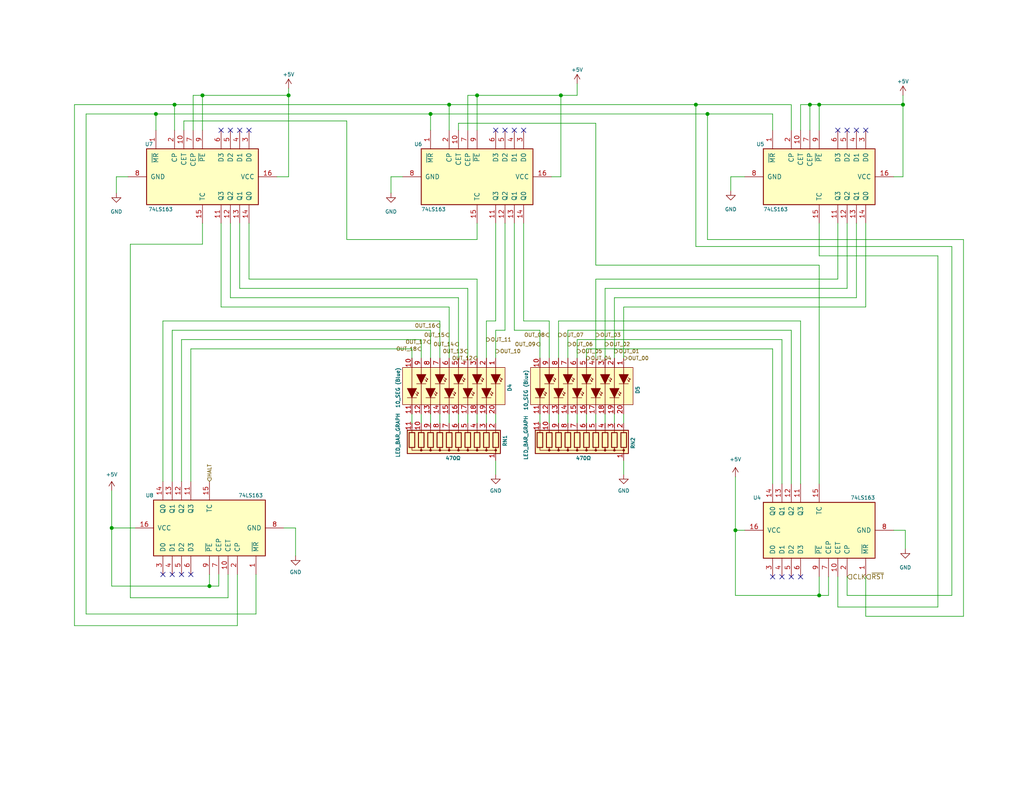
<source format=kicad_sch>
(kicad_sch (version 20230121) (generator eeschema)
  (paper "USLetter")
  (title_block (title "${project_name}") (date "2024-03-01") (rev "${version}"))
  (lib_symbols
    (symbol "homebrew_cpu:74LS163" (pin_names (offset 1.016))
      (property "Reference" "U" (at -7.62 16.51 0))
      (property "Value" "74LS163" (at -7.62 -16.51 0))
      (symbol "74LS163_1_0"
        (pin input line (at -12.7 -12.7 0) (length 5.08) (name "~{MR}") (number "1"))
        (pin input line (at -12.7 -5.08 0) (length 5.08) (name "CET") (number "10"))
        (pin output line (at 12.7 5.08 180) (length 5.08) (name "Q3") (number "11"))
        (pin output line (at 12.7 7.62 180) (length 5.08) (name "Q2") (number "12"))
        (pin output line (at 12.7 10.16 180) (length 5.08) (name "Q1") (number "13"))
        (pin output line (at 12.7 12.7 180) (length 5.08) (name "Q0") (number "14"))
        (pin output line (at 12.7 0 180) (length 5.08) (name "TC") (number "15"))
        (pin power_in line (at 0 20.32 270) (length 5.08) (name "VCC") (number "16"))
        (pin input line (at -12.7 -7.62 0) (length 5.08) (name "CP") (number "2"))
        (pin input line (at -12.7 12.7 0) (length 5.08) (name "D0") (number "3"))
        (pin input line (at -12.7 10.16 0) (length 5.08) (name "D1") (number "4"))
        (pin input line (at -12.7 7.62 0) (length 5.08) (name "D2") (number "5"))
        (pin input line (at -12.7 5.08 0) (length 5.08) (name "D3") (number "6"))
        (pin input line (at -12.7 -2.54 0) (length 5.08) (name "CEP") (number "7"))
        (pin power_in line (at 0 -20.32 90) (length 5.08) (name "GND") (number "8"))
        (pin input line (at -12.7 0 0) (length 5.08) (name "~{PE}") (number "9"))
      )
      (symbol "74LS163_1_1"
        (rectangle (start -7.62 15.24) (end 7.62 -15.24) (stroke (width 0.254)) (fill (type background)))
      )
    )
    (symbol "homebrew_cpu:LED_BAR_GRAPH_10_SEG" (pin_names (offset 0))
      (property "Reference" "D" (at -3.81 3.81 0))
      (property "Value" "LED_BAR_GRAPH_10_SEG" (at 0 -27.94 0))
      (symbol "LED_BAR_GRAPH_10_SEG_0_1"
        (rectangle (start -5.08 2.54) (end 5.08 -25.4) (fill (type background)))
        (polyline (pts (xy -5.08 -20.32) (xy -3.175 -20.32)))
        (polyline (pts (xy -5.08 -15.24) (xy -3.175 -15.24)))
        (polyline (pts (xy -5.08 -10.16) (xy -3.175 -10.16)))
        (polyline (pts (xy -5.08 -5.08) (xy -3.175 -5.08)))
        (polyline (pts (xy -3.175 0) (xy -5.08 0)))
        (polyline (pts (xy -1.778 -18.542) (xy -2.286 -19.05)))
        (polyline (pts (xy -1.778 -13.462) (xy -2.286 -13.97)))
        (polyline (pts (xy -1.778 -8.382) (xy -2.286 -8.89)))
        (polyline (pts (xy -1.778 -3.302) (xy -2.286 -3.81)))
        (polyline (pts (xy -1.778 1.778) (xy -2.286 1.27)))
        (polyline (pts (xy -1.27 -18.796) (xy -1.778 -19.304)))
        (polyline (pts (xy -1.27 -13.716) (xy -1.778 -14.224)))
        (polyline (pts (xy -1.27 -8.636) (xy -1.778 -9.144)))
        (polyline (pts (xy -1.27 -3.556) (xy -1.778 -4.064)))
        (polyline (pts (xy -1.27 1.524) (xy -1.778 1.016)))
        (polyline (pts (xy -0.635 -21.59) (xy -0.635 -19.05)))
        (polyline (pts (xy -0.635 -20.32) (xy 5.08 -20.32)))
        (polyline (pts (xy -0.635 -16.51) (xy -0.635 -13.97)))
        (polyline (pts (xy -0.635 -15.24) (xy 5.08 -15.24)))
        (polyline (pts (xy -0.635 -10.16) (xy 5.08 -10.16)))
        (polyline (pts (xy -0.635 -8.89) (xy -0.635 -11.43)))
        (polyline (pts (xy -0.635 -5.08) (xy 5.08 -5.08)))
        (polyline (pts (xy -0.635 -3.81) (xy -0.635 -6.35)))
        (polyline (pts (xy -0.635 0) (xy 5.08 0)))
        (polyline (pts (xy -0.635 1.27) (xy -0.635 -1.27)))
        (polyline (pts (xy 0.635 -22.86) (xy -5.08 -22.86)))
        (polyline (pts (xy 0.635 -17.78) (xy -5.08 -17.78)))
        (polyline (pts (xy 0.635 -12.7) (xy -5.08 -12.7)))
        (polyline (pts (xy 0.635 -7.62) (xy -5.08 -7.62)))
        (polyline (pts (xy 0.635 -2.54) (xy -5.08 -2.54)))
        (polyline (pts (xy 2.032 -21.082) (xy 1.524 -21.59)))
        (polyline (pts (xy 2.032 -16.002) (xy 1.524 -16.51)))
        (polyline (pts (xy 2.032 -10.922) (xy 1.524 -11.43)))
        (polyline (pts (xy 2.032 -5.842) (xy 1.524 -6.35)))
        (polyline (pts (xy 2.032 -0.762) (xy 1.524 -1.27)))
        (polyline (pts (xy 2.54 -21.336) (xy 2.032 -21.844)))
        (polyline (pts (xy 2.54 -16.256) (xy 2.032 -16.764)))
        (polyline (pts (xy 2.54 -11.176) (xy 2.032 -11.684)))
        (polyline (pts (xy 2.54 -6.096) (xy 2.032 -6.604)))
        (polyline (pts (xy 2.54 -1.016) (xy 2.032 -1.524)))
        (polyline (pts (xy 3.175 -22.86) (xy 5.08 -22.86)))
        (polyline (pts (xy 3.175 -21.59) (xy 3.175 -24.13)))
        (polyline (pts (xy 3.175 -17.78) (xy 5.08 -17.78)))
        (polyline (pts (xy 3.175 -16.51) (xy 3.175 -19.05)))
        (polyline (pts (xy 3.175 -12.7) (xy 5.08 -12.7)))
        (polyline (pts (xy 3.175 -11.43) (xy 3.175 -13.97)))
        (polyline (pts (xy 3.175 -7.62) (xy 5.08 -7.62)))
        (polyline (pts (xy 3.175 -6.35) (xy 3.175 -8.89)))
        (polyline (pts (xy 3.175 -2.54) (xy 5.08 -2.54)))
        (polyline (pts (xy 3.175 -1.27) (xy 3.175 -3.81)))
        (polyline (pts (xy -2.032 -18.542) (xy -1.778 -18.542) (xy -1.778 -18.796)))
        (polyline (pts (xy -2.032 -13.462) (xy -1.778 -13.462) (xy -1.778 -13.716)))
        (polyline (pts (xy -2.032 -8.382) (xy -1.778 -8.382) (xy -1.778 -8.636)))
        (polyline (pts (xy -2.032 -3.302) (xy -1.778 -3.302) (xy -1.778 -3.556)))
        (polyline (pts (xy -2.032 1.778) (xy -1.778 1.778) (xy -1.778 1.524)))
        (polyline (pts (xy -1.524 -18.796) (xy -1.27 -18.796) (xy -1.27 -19.05)))
        (polyline (pts (xy -1.524 -13.716) (xy -1.27 -13.716) (xy -1.27 -13.97)))
        (polyline (pts (xy -1.524 -8.636) (xy -1.27 -8.636) (xy -1.27 -8.89)))
        (polyline (pts (xy -1.524 -3.556) (xy -1.27 -3.556) (xy -1.27 -3.81)))
        (polyline (pts (xy -1.524 1.524) (xy -1.27 1.524) (xy -1.27 1.27)))
        (polyline (pts (xy 1.778 -21.082) (xy 2.032 -21.082) (xy 2.032 -21.336)))
        (polyline (pts (xy 1.778 -16.002) (xy 2.032 -16.002) (xy 2.032 -16.256)))
        (polyline (pts (xy 1.778 -10.922) (xy 2.032 -10.922) (xy 2.032 -11.176)))
        (polyline (pts (xy 1.778 -5.842) (xy 2.032 -5.842) (xy 2.032 -6.096)))
        (polyline (pts (xy 1.778 -0.762) (xy 2.032 -0.762) (xy 2.032 -1.016)))
        (polyline (pts (xy 2.286 -21.336) (xy 2.54 -21.336) (xy 2.54 -21.59)))
        (polyline (pts (xy 2.286 -16.256) (xy 2.54 -16.256) (xy 2.54 -16.51)))
        (polyline (pts (xy 2.286 -11.176) (xy 2.54 -11.176) (xy 2.54 -11.43)))
        (polyline (pts (xy 2.286 -6.096) (xy 2.54 -6.096) (xy 2.54 -6.35)))
        (polyline (pts (xy 2.286 -1.016) (xy 2.54 -1.016) (xy 2.54 -1.27)))
        (polyline (pts (xy -3.175 -19.05) (xy -3.175 -21.59) (xy -0.635 -20.32) (xy -3.175 -19.05)) (fill (type outline)))
        (polyline (pts (xy -3.175 -13.97) (xy -3.175 -16.51) (xy -0.635 -15.24) (xy -3.175 -13.97)) (fill (type outline)))
        (polyline (pts (xy -3.175 -8.89) (xy -3.175 -11.43) (xy -0.635 -10.16) (xy -3.175 -8.89)) (fill (type outline)))
        (polyline (pts (xy -3.175 -3.81) (xy -3.175 -6.35) (xy -0.635 -5.08) (xy -3.175 -3.81)) (fill (type outline)))
        (polyline (pts (xy -3.175 1.27) (xy -3.175 -1.27) (xy -0.635 0) (xy -3.175 1.27)) (fill (type outline)))
        (polyline (pts (xy 0.635 -21.59) (xy 0.635 -24.13) (xy 3.175 -22.86) (xy 0.635 -21.59)) (fill (type outline)))
        (polyline (pts (xy 0.635 -16.51) (xy 0.635 -19.05) (xy 3.175 -17.78) (xy 0.635 -16.51)) (fill (type outline)))
        (polyline (pts (xy 0.635 -11.43) (xy 0.635 -13.97) (xy 3.175 -12.7) (xy 0.635 -11.43)) (fill (type outline)))
        (polyline (pts (xy 0.635 -6.35) (xy 0.635 -8.89) (xy 3.175 -7.62) (xy 0.635 -6.35)) (fill (type outline)))
        (polyline (pts (xy 0.635 -1.27) (xy 0.635 -3.81) (xy 3.175 -2.54) (xy 0.635 -1.27)) (fill (type outline)))
      )
      (symbol "LED_BAR_GRAPH_10_SEG_1_1"
        (pin input line (at -7.62 0 0) (length 2.54) (name "~") (number "1"))
        (pin input line (at -7.62 -22.86 0) (length 2.54) (name "~") (number "10"))
        (pin output line (at 7.62 -22.86 180) (length 2.54) (name "~") (number "11"))
        (pin output line (at 7.62 -20.32 180) (length 2.54) (name "~") (number "12"))
        (pin output line (at 7.62 -17.78 180) (length 2.54) (name "~") (number "13"))
        (pin output line (at 7.62 -15.24 180) (length 2.54) (name "~") (number "14"))
        (pin output line (at 7.62 -12.7 180) (length 2.54) (name "~") (number "15"))
        (pin output line (at 7.62 -10.16 180) (length 2.54) (name "~") (number "16"))
        (pin output line (at 7.62 -7.62 180) (length 2.54) (name "~") (number "17"))
        (pin output line (at 7.62 -5.08 180) (length 2.54) (name "~") (number "18"))
        (pin output line (at 7.62 -2.54 180) (length 2.54) (name "~") (number "19"))
        (pin input line (at -7.62 -2.54 0) (length 2.54) (name "~") (number "2"))
        (pin output line (at 7.62 0 180) (length 2.54) (name "~") (number "20"))
        (pin input line (at -7.62 -5.08 0) (length 2.54) (name "~") (number "3"))
        (pin input line (at -7.62 -7.62 0) (length 2.54) (name "~") (number "4"))
        (pin input line (at -7.62 -10.16 0) (length 2.54) (name "~") (number "5"))
        (pin input line (at -7.62 -12.7 0) (length 2.54) (name "~") (number "6"))
        (pin input line (at -7.62 -15.24 0) (length 2.54) (name "~") (number "7"))
        (pin input line (at -7.62 -17.78 0) (length 2.54) (name "~") (number "8"))
        (pin input line (at -7.62 -20.32 0) (length 2.54) (name "~") (number "9"))
      )
    )
    (symbol "homebrew_cpu:R_Network10" (pin_names (offset 0) hide)
      (property "Reference" "RN" (at -15.24 0 90))
      (property "Value" "R_Network10" (at 12.7 0 90))
      (symbol "R_Network10_0_1"
        (rectangle (start -13.97 -3.175) (end 11.43 3.175) (stroke (width 0.254)) (fill (type background)))
        (rectangle (start -13.462 1.524) (end -11.938 -2.54) (stroke (width 0.254)))
        (circle (center -12.7 2.286) (radius 0.254) (fill (type outline)))
        (rectangle (start -10.922 1.524) (end -9.398 -2.54) (stroke (width 0.254)))
        (circle (center -10.16 2.286) (radius 0.254) (fill (type outline)))
        (rectangle (start -8.382 1.524) (end -6.858 -2.54) (stroke (width 0.254)))
        (circle (center -7.62 2.286) (radius 0.254) (fill (type outline)))
        (rectangle (start -5.842 1.524) (end -4.318 -2.54) (stroke (width 0.254)))
        (circle (center -5.08 2.286) (radius 0.254) (fill (type outline)))
        (rectangle (start -3.302 1.524) (end -1.778 -2.54) (stroke (width 0.254)))
        (circle (center -2.54 2.286) (radius 0.254) (fill (type outline)))
        (rectangle (start -0.762 1.524) (end 0.762 -2.54) (stroke (width 0.254)))
        (polyline (pts (xy -12.7 -2.54) (xy -12.7 -3.81)))
        (polyline (pts (xy -10.16 -2.54) (xy -10.16 -3.81)))
        (polyline (pts (xy -7.62 -2.54) (xy -7.62 -3.81)))
        (polyline (pts (xy -5.08 -2.54) (xy -5.08 -3.81)))
        (polyline (pts (xy -2.54 -2.54) (xy -2.54 -3.81)))
        (polyline (pts (xy 0 -2.54) (xy 0 -3.81)))
        (polyline (pts (xy 2.54 -2.54) (xy 2.54 -3.81)))
        (polyline (pts (xy 5.08 -2.54) (xy 5.08 -3.81)))
        (polyline (pts (xy 7.62 -2.54) (xy 7.62 -3.81)))
        (polyline (pts (xy 10.16 -2.54) (xy 10.16 -3.81)))
        (polyline (pts (xy -12.7 1.524) (xy -12.7 2.286) (xy -10.16 2.286) (xy -10.16 1.524)))
        (polyline (pts (xy -10.16 1.524) (xy -10.16 2.286) (xy -7.62 2.286) (xy -7.62 1.524)))
        (polyline (pts (xy -7.62 1.524) (xy -7.62 2.286) (xy -5.08 2.286) (xy -5.08 1.524)))
        (polyline (pts (xy -5.08 1.524) (xy -5.08 2.286) (xy -2.54 2.286) (xy -2.54 1.524)))
        (polyline (pts (xy -2.54 1.524) (xy -2.54 2.286) (xy 0 2.286) (xy 0 1.524)))
        (polyline (pts (xy 0 1.524) (xy 0 2.286) (xy 2.54 2.286) (xy 2.54 1.524)))
        (polyline (pts (xy 2.54 1.524) (xy 2.54 2.286) (xy 5.08 2.286) (xy 5.08 1.524)))
        (polyline (pts (xy 5.08 1.524) (xy 5.08 2.286) (xy 7.62 2.286) (xy 7.62 1.524)))
        (polyline (pts (xy 7.62 1.524) (xy 7.62 2.286) (xy 10.16 2.286) (xy 10.16 1.524)))
        (circle (center 0 2.286) (radius 0.254) (fill (type outline)))
        (rectangle (start 1.778 1.524) (end 3.302 -2.54) (stroke (width 0.254)))
        (circle (center 2.54 2.286) (radius 0.254) (fill (type outline)))
        (rectangle (start 4.318 1.524) (end 5.842 -2.54) (stroke (width 0.254)))
        (circle (center 5.08 2.286) (radius 0.254) (fill (type outline)))
        (rectangle (start 6.858 1.524) (end 8.382 -2.54) (stroke (width 0.254)))
        (circle (center 7.62 2.286) (radius 0.254) (fill (type outline)))
        (rectangle (start 9.398 1.524) (end 10.922 -2.54) (stroke (width 0.254)))
      )
      (symbol "R_Network10_1_1"
        (pin passive line (at -12.7 5.08 270) (length 2.54) (name "common") (number "1"))
        (pin passive line (at 7.62 -5.08 90) (length 1.27) (name "R9") (number "10"))
        (pin passive line (at 10.16 -5.08 90) (length 1.27) (name "R10") (number "11"))
        (pin passive line (at -12.7 -5.08 90) (length 1.27) (name "R1") (number "2"))
        (pin passive line (at -10.16 -5.08 90) (length 1.27) (name "R2") (number "3"))
        (pin passive line (at -7.62 -5.08 90) (length 1.27) (name "R3") (number "4"))
        (pin passive line (at -5.08 -5.08 90) (length 1.27) (name "R4") (number "5"))
        (pin passive line (at -2.54 -5.08 90) (length 1.27) (name "R5") (number "6"))
        (pin passive line (at 0 -5.08 90) (length 1.27) (name "R6") (number "7"))
        (pin passive line (at 2.54 -5.08 90) (length 1.27) (name "R7") (number "8"))
        (pin passive line (at 5.08 -5.08 90) (length 1.27) (name "R8") (number "9"))
      )
    )
    (symbol "power:+5V" (power) (pin_names (offset 0))
      (property "Value" "+5V" (at 0 3.556 0))
      (symbol "+5V_0_1"
        (polyline (pts (xy -0.762 1.27) (xy 0 2.54)))
        (polyline (pts (xy 0 0) (xy 0 2.54)))
        (polyline (pts (xy 0 2.54) (xy 0.762 1.27)))
      )
      (symbol "+5V_1_1"
        (pin power_in line (at 0 0 90) (length 0) hide (name "+5V") (number "1"))
      )
    )
    (symbol "power:GND" (power) (pin_names (offset 0))
      (property "Value" "GND" (at 0 -3.81 0))
      (symbol "GND_0_1"
        (polyline (pts (xy 0 0) (xy 0 -1.27) (xy 1.27 -1.27) (xy 0 -2.54) (xy -1.27 -1.27) (xy 0 -1.27)))
      )
      (symbol "GND_1_1"
        (pin power_in line (at 0 0 270) (length 0) hide (name "GND") (number "1"))
      )
    )
  )
  (junction (at 122.555 28.575))
  (junction (at 223.52 28.575))
  (junction (at 189.865 28.575))
  (junction (at 246.38 28.575))
  (junction (at 55.245 26.035))
  (junction (at 57.15 160.02))
  (junction (at 42.545 31.115))
  (junction (at 30.48 144.145))
  (junction (at 153.035 26.035))
  (junction (at 200.66 144.78))
  (junction (at 117.475 31.115))
  (junction (at 223.52 162.56))
  (junction (at 220.98 28.575))
  (junction (at 78.74 26.035))
  (junction (at 47.625 28.575))
  (junction (at 130.175 26.035))
  (junction (at 193.04 31.115))
  (no_connect (at 140.335 35.56))
  (no_connect (at 137.795 35.56))
  (no_connect (at 65.405 35.56))
  (no_connect (at 60.325 35.56))
  (no_connect (at 62.865 35.56))
  (no_connect (at 46.99 156.845))
  (no_connect (at 228.6 35.56))
  (no_connect (at 52.07 156.845))
  (no_connect (at 213.36 157.48))
  (no_connect (at 233.68 35.56))
  (no_connect (at 135.255 35.56))
  (no_connect (at 49.53 156.845))
  (no_connect (at 231.14 35.56))
  (no_connect (at 215.9 157.48))
  (no_connect (at 218.44 157.48))
  (no_connect (at 44.45 156.845))
  (no_connect (at 236.22 35.56))
  (no_connect (at 210.82 157.48))
  (no_connect (at 67.945 35.56))
  (no_connect (at 142.875 35.56))
  (wire (pts (xy 170.18 83.82) (xy 170.18 97.79)))
  (wire (pts (xy 210.82 35.56) (xy 210.82 31.115)))
  (wire (pts (xy 132.715 87.63) (xy 132.715 97.79)))
  (wire (pts (xy 47.625 28.575) (xy 47.625 35.56)))
  (wire (pts (xy 246.38 28.575) (xy 246.38 26.035)))
  (wire (pts (xy 35.56 163.195) (xy 62.23 163.195)))
  (wire (pts (xy 162.56 113.03) (xy 162.56 115.57)))
  (wire (pts (xy 236.22 168.275) (xy 236.22 157.48)))
  (wire (pts (xy 125.095 33.655) (xy 162.56 33.655)))
  (wire (pts (xy 120.015 113.03) (xy 120.015 115.57)))
  (wire (pts (xy 127.635 78.74) (xy 127.635 97.79)))
  (wire (pts (xy 122.555 113.03) (xy 122.555 115.57)))
  (wire (pts (xy 223.52 60.96) (xy 223.52 69.85)))
  (wire (pts (xy 165.1 113.03) (xy 165.1 115.57)))
  (wire (pts (xy 49.53 92.71) (xy 114.935 92.71)))
  (wire (pts (xy 57.15 160.02) (xy 30.48 160.02)))
  (wire (pts (xy 220.98 28.575) (xy 223.52 28.575)))
  (wire (pts (xy 114.935 92.71) (xy 114.935 97.79)))
  (wire (pts (xy 147.32 90.17) (xy 147.32 97.79)))
  (wire (pts (xy 130.175 26.035) (xy 130.175 35.56)))
  (wire (pts (xy 52.07 95.25) (xy 112.395 95.25)))
  (wire (pts (xy 226.06 157.48) (xy 226.06 162.56)))
  (wire (pts (xy 233.68 81.28) (xy 167.64 81.28)))
  (wire (pts (xy 170.18 113.03) (xy 170.18 115.57)))
  (wire (pts (xy 140.335 60.96) (xy 140.335 90.17)))
  (wire (pts (xy 44.45 87.63) (xy 120.015 87.63)))
  (wire (pts (xy 35.56 66.675) (xy 55.245 66.675)))
  (wire (pts (xy 193.04 65.405) (xy 262.89 65.405)))
  (wire (pts (xy 65.405 60.96) (xy 65.405 78.74)))
  (wire (pts (xy 94.615 65.405) (xy 94.615 33.02)))
  (wire (pts (xy 127.635 35.56) (xy 127.635 26.035)))
  (wire (pts (xy 52.705 26.035) (xy 55.245 26.035)))
  (wire (pts (xy 231.14 157.48) (xy 231.14 162.56)))
  (wire (pts (xy 193.04 31.115) (xy 117.475 31.115)))
  (wire (pts (xy 135.255 60.96) (xy 135.255 87.63)))
  (wire (pts (xy 226.06 162.56) (xy 223.52 162.56)))
  (wire (pts (xy 228.6 157.48) (xy 228.6 165.735)))
  (wire (pts (xy 64.77 156.845) (xy 64.77 170.815)))
  (wire (pts (xy 114.935 113.03) (xy 114.935 115.57)))
  (wire (pts (xy 210.82 95.25) (xy 160.02 95.25)))
  (wire (pts (xy 153.035 26.035) (xy 153.035 48.26)))
  (wire (pts (xy 117.475 90.17) (xy 117.475 97.79)))
  (wire (pts (xy 67.945 60.96) (xy 67.945 76.2)))
  (wire (pts (xy 236.22 83.82) (xy 170.18 83.82)))
  (wire (pts (xy 130.175 76.2) (xy 130.175 97.79)))
  (wire (pts (xy 246.38 28.575) (xy 246.38 48.26)))
  (wire (pts (xy 167.64 81.28) (xy 167.64 97.79)))
  (wire (pts (xy 199.39 48.26) (xy 203.2 48.26)))
  (wire (pts (xy 62.23 163.195) (xy 62.23 156.845)))
  (wire (pts (xy 130.175 65.405) (xy 94.615 65.405)))
  (wire (pts (xy 94.615 33.02) (xy 50.165 33.02)))
  (wire (pts (xy 46.99 131.445) (xy 46.99 90.17)))
  (wire (pts (xy 60.325 60.96) (xy 60.325 83.82)))
  (wire (pts (xy 246.38 48.26) (xy 243.84 48.26)))
  (wire (pts (xy 135.255 113.03) (xy 135.255 115.57)))
  (wire (pts (xy 42.545 31.115) (xy 23.495 31.115)))
  (wire (pts (xy 262.89 65.405) (xy 262.89 168.275)))
  (wire (pts (xy 112.395 113.03) (xy 112.395 115.57)))
  (wire (pts (xy 147.32 113.03) (xy 147.32 115.57)))
  (wire (pts (xy 31.75 48.26) (xy 34.925 48.26)))
  (wire (pts (xy 233.68 60.96) (xy 233.68 81.28)))
  (wire (pts (xy 149.86 113.03) (xy 149.86 115.57)))
  (wire (pts (xy 228.6 60.96) (xy 228.6 76.2)))
  (wire (pts (xy 135.255 125.73) (xy 135.255 129.54)))
  (wire (pts (xy 218.44 87.63) (xy 152.4 87.63)))
  (wire (pts (xy 247.015 149.86) (xy 247.015 144.78)))
  (wire (pts (xy 154.94 113.03) (xy 154.94 115.57)))
  (wire (pts (xy 122.555 28.575) (xy 189.865 28.575)))
  (wire (pts (xy 125.095 33.655) (xy 125.095 35.56)))
  (wire (pts (xy 69.85 167.64) (xy 69.85 156.845)))
  (wire (pts (xy 218.44 35.56) (xy 218.44 28.575)))
  (wire (pts (xy 165.1 78.74) (xy 165.1 97.79)))
  (wire (pts (xy 255.905 69.85) (xy 255.905 165.735)))
  (wire (pts (xy 65.405 78.74) (xy 127.635 78.74)))
  (wire (pts (xy 223.52 28.575) (xy 223.52 35.56)))
  (wire (pts (xy 50.165 33.02) (xy 50.165 35.56)))
  (wire (pts (xy 62.865 81.28) (xy 125.095 81.28)))
  (wire (pts (xy 189.865 28.575) (xy 189.865 67.31)))
  (wire (pts (xy 31.75 48.26) (xy 31.75 52.705)))
  (wire (pts (xy 215.9 90.17) (xy 154.94 90.17)))
  (wire (pts (xy 157.48 92.71) (xy 157.48 97.79)))
  (wire (pts (xy 162.56 33.655) (xy 162.56 72.39)))
  (wire (pts (xy 120.015 87.63) (xy 120.015 97.79)))
  (wire (pts (xy 135.255 90.17) (xy 135.255 97.79)))
  (wire (pts (xy 20.32 170.815) (xy 64.77 170.815)))
  (wire (pts (xy 106.68 52.705) (xy 106.68 48.26)))
  (wire (pts (xy 55.245 26.035) (xy 55.245 35.56)))
  (wire (pts (xy 106.68 48.26) (xy 109.855 48.26)))
  (wire (pts (xy 125.095 81.28) (xy 125.095 97.79)))
  (wire (pts (xy 78.74 26.035) (xy 78.74 48.26)))
  (wire (pts (xy 137.795 60.96) (xy 137.795 90.17)))
  (wire (pts (xy 117.475 113.03) (xy 117.475 115.57)))
  (wire (pts (xy 228.6 76.2) (xy 162.56 76.2)))
  (wire (pts (xy 117.475 31.115) (xy 42.545 31.115)))
  (wire (pts (xy 262.89 168.275) (xy 236.22 168.275)))
  (wire (pts (xy 60.325 83.82) (xy 122.555 83.82)))
  (wire (pts (xy 52.07 131.445) (xy 52.07 95.25)))
  (wire (pts (xy 23.495 167.64) (xy 69.85 167.64)))
  (wire (pts (xy 80.645 151.765) (xy 80.645 144.145)))
  (wire (pts (xy 135.255 87.63) (xy 132.715 87.63)))
  (wire (pts (xy 55.245 26.035) (xy 78.74 26.035)))
  (wire (pts (xy 223.52 28.575) (xy 246.38 28.575)))
  (wire (pts (xy 59.69 160.02) (xy 57.15 160.02)))
  (wire (pts (xy 55.245 66.675) (xy 55.245 60.96)))
  (wire (pts (xy 52.705 35.56) (xy 52.705 26.035)))
  (wire (pts (xy 112.395 95.25) (xy 112.395 97.79)))
  (wire (pts (xy 215.9 132.08) (xy 215.9 90.17)))
  (wire (pts (xy 236.22 60.96) (xy 236.22 83.82)))
  (wire (pts (xy 170.18 125.73) (xy 170.18 129.54)))
  (wire (pts (xy 200.66 162.56) (xy 200.66 144.78)))
  (wire (pts (xy 46.99 90.17) (xy 117.475 90.17)))
  (wire (pts (xy 130.175 60.96) (xy 130.175 65.405)))
  (wire (pts (xy 220.98 28.575) (xy 220.98 35.56)))
  (wire (pts (xy 35.56 66.675) (xy 35.56 163.195)))
  (wire (pts (xy 20.32 28.575) (xy 20.32 170.815)))
  (wire (pts (xy 62.865 60.96) (xy 62.865 81.28)))
  (wire (pts (xy 157.48 22.86) (xy 157.48 26.035)))
  (wire (pts (xy 149.86 87.63) (xy 149.86 97.79)))
  (wire (pts (xy 223.52 162.56) (xy 200.66 162.56)))
  (wire (pts (xy 127.635 26.035) (xy 130.175 26.035)))
  (wire (pts (xy 44.45 131.445) (xy 44.45 87.63)))
  (wire (pts (xy 30.48 133.985) (xy 30.48 144.145)))
  (wire (pts (xy 210.82 31.115) (xy 193.04 31.115)))
  (wire (pts (xy 218.44 132.08) (xy 218.44 87.63)))
  (wire (pts (xy 160.02 113.03) (xy 160.02 115.57)))
  (wire (pts (xy 42.545 31.115) (xy 42.545 35.56)))
  (wire (pts (xy 127.635 113.03) (xy 127.635 115.57)))
  (wire (pts (xy 231.14 60.96) (xy 231.14 78.74)))
  (wire (pts (xy 78.74 24.13) (xy 78.74 26.035)))
  (wire (pts (xy 142.875 60.96) (xy 142.875 87.63)))
  (wire (pts (xy 152.4 113.03) (xy 152.4 115.57)))
  (wire (pts (xy 210.82 132.08) (xy 210.82 95.25)))
  (wire (pts (xy 213.36 132.08) (xy 213.36 92.71)))
  (wire (pts (xy 154.94 90.17) (xy 154.94 97.79)))
  (wire (pts (xy 223.52 157.48) (xy 223.52 162.56)))
  (wire (pts (xy 140.335 90.17) (xy 147.32 90.17)))
  (wire (pts (xy 137.795 90.17) (xy 135.255 90.17)))
  (wire (pts (xy 47.625 28.575) (xy 20.32 28.575)))
  (wire (pts (xy 157.48 26.035) (xy 153.035 26.035)))
  (wire (pts (xy 132.715 113.03) (xy 132.715 115.57)))
  (wire (pts (xy 117.475 31.115) (xy 117.475 35.56)))
  (wire (pts (xy 223.52 132.08) (xy 223.52 72.39)))
  (wire (pts (xy 59.69 156.845) (xy 59.69 160.02)))
  (wire (pts (xy 231.14 78.74) (xy 165.1 78.74)))
  (wire (pts (xy 80.645 144.145) (xy 77.47 144.145)))
  (wire (pts (xy 122.555 28.575) (xy 47.625 28.575)))
  (wire (pts (xy 247.015 144.78) (xy 243.84 144.78)))
  (wire (pts (xy 213.36 92.71) (xy 157.48 92.71)))
  (wire (pts (xy 160.02 95.25) (xy 160.02 97.79)))
  (wire (pts (xy 259.715 67.31) (xy 189.865 67.31)))
  (wire (pts (xy 189.865 28.575) (xy 215.9 28.575)))
  (wire (pts (xy 223.52 72.39) (xy 162.56 72.39)))
  (wire (pts (xy 23.495 31.115) (xy 23.495 167.64)))
  (wire (pts (xy 57.15 156.845) (xy 57.15 160.02)))
  (wire (pts (xy 223.52 69.85) (xy 255.905 69.85)))
  (wire (pts (xy 200.66 130.175) (xy 200.66 144.78)))
  (wire (pts (xy 78.74 48.26) (xy 75.565 48.26)))
  (wire (pts (xy 142.875 87.63) (xy 149.86 87.63)))
  (wire (pts (xy 259.715 162.56) (xy 259.715 67.31)))
  (wire (pts (xy 162.56 76.2) (xy 162.56 97.79)))
  (wire (pts (xy 122.555 28.575) (xy 122.555 35.56)))
  (wire (pts (xy 231.14 162.56) (xy 259.715 162.56)))
  (wire (pts (xy 218.44 28.575) (xy 220.98 28.575)))
  (wire (pts (xy 125.095 113.03) (xy 125.095 115.57)))
  (wire (pts (xy 157.48 113.03) (xy 157.48 115.57)))
  (wire (pts (xy 122.555 83.82) (xy 122.555 97.79)))
  (wire (pts (xy 130.175 26.035) (xy 153.035 26.035)))
  (wire (pts (xy 67.945 76.2) (xy 130.175 76.2)))
  (wire (pts (xy 49.53 131.445) (xy 49.53 92.71)))
  (wire (pts (xy 215.9 28.575) (xy 215.9 35.56)))
  (wire (pts (xy 255.905 165.735) (xy 228.6 165.735)))
  (wire (pts (xy 30.48 160.02) (xy 30.48 144.145)))
  (wire (pts (xy 167.64 113.03) (xy 167.64 115.57)))
  (wire (pts (xy 153.035 48.26) (xy 150.495 48.26)))
  (wire (pts (xy 199.39 52.07) (xy 199.39 48.26)))
  (wire (pts (xy 30.48 144.145) (xy 36.83 144.145)))
  (wire (pts (xy 152.4 87.63) (xy 152.4 97.79)))
  (wire (pts (xy 200.66 144.78) (xy 203.2 144.78)))
  (wire (pts (xy 193.04 31.115) (xy 193.04 65.405)))
  (wire (pts (xy 130.175 113.03) (xy 130.175 115.57)))
  (hierarchical_label "OUT_01" (shape output) (at 167.64 95.885 0) (effects (font (size 1 1))))
  (hierarchical_label "OUT_00" (shape output) (at 170.18 97.79 0) (effects (font (size 1 1))))
  (hierarchical_label "OUT_06" (shape output) (at 154.94 93.98 0) (effects (font (size 1 1))))
  (hierarchical_label "OUT_03" (shape output) (at 162.56 91.44 0) (effects (font (size 1 1))))
  (hierarchical_label "HALT" (shape input) (at 57.15 131.445 90) (effects (font (size 1 1))))
  (hierarchical_label "OUT_12" (shape output) (at 130.175 97.79 180) (effects (font (size 1 1))))
  (hierarchical_label "~{RST}" (shape input) (at 236.22 157.48 0))
  (hierarchical_label "OUT_09" (shape output) (at 147.32 93.98 180) (effects (font (size 1 1))))
  (hierarchical_label "OUT_15" (shape output) (at 122.555 91.44 180) (effects (font (size 1 1))))
  (hierarchical_label "OUT_02" (shape output) (at 165.1 93.98 0) (effects (font (size 1 1))))
  (hierarchical_label "OUT_17" (shape output) (at 117.475 93.345 180) (effects (font (size 1 1))))
  (hierarchical_label "CLK" (shape input) (at 231.14 157.48 0))
  (hierarchical_label "OUT_05" (shape output) (at 157.48 95.885 0) (effects (font (size 1 1))))
  (hierarchical_label "OUT_11" (shape output) (at 132.715 92.71 0) (effects (font (size 1 1))))
  (hierarchical_label "OUT_04" (shape output) (at 160.02 97.79 0) (effects (font (size 1 1))))
  (hierarchical_label "OUT_10" (shape output) (at 135.255 95.885 0) (effects (font (size 1 1))))
  (hierarchical_label "OUT_18" (shape output) (at 114.935 95.25 180) (effects (font (size 1 1))))
  (hierarchical_label "OUT_13" (shape output) (at 127.635 95.885 180) (effects (font (size 1 1))))
  (hierarchical_label "OUT_16" (shape output) (at 120.015 88.9 180) (effects (font (size 1 1))))
  (hierarchical_label "OUT_08" (shape output) (at 149.86 91.44 180) (effects (font (size 1 1))))
  (hierarchical_label "OUT_14" (shape output) (at 125.095 93.98 180) (effects (font (size 1 1))))
  (hierarchical_label "OUT_07" (shape output) (at 152.4 91.44 0) (effects (font (size 1 1))))
  (symbol (lib_id "power:GND") (at 170.18 129.54 0) (unit 1)
    (property "Reference" "#PWR029" (effects hide))
    (property "Value" "GND" (at 170.18 133.985 0) (effects (font (size 1 1))))
  )
  (symbol (lib_id "power:GND") (at 135.255 129.54 0) (unit 1)
    (property "Reference" "#PWR027" (effects hide))
    (property "Value" "GND" (at 135.255 133.985 0) (effects (font (size 1 1))))
  )
  (symbol (lib_id "homebrew_cpu:R_Network10") (at 122.555 120.65 180) (unit 1)
    (property "Reference" "RN1" (at 137.795 118.745 90) (effects (font (size 1 1)) (justify left)))
    (property "Value" "470Ω" (at 125.73 125.095 0) (effects (font (size 1 1)) (justify left)))
    (property "Footprint" "footprints:R_Array_SIP11" (effects hide))
    (property "Datasheet" "http://www.vishay.com/docs/31509/csc.pdf" (effects hide))
  )
  (symbol (lib_id "homebrew_cpu:74LS163") (at 223.52 144.78 90) (unit 1)
    (property "Reference" "U4" (at 207.645 135.89 90) (effects (font (size 1 1)) (justify left)))
    (property "Value" "74LS163" (at 238.76 135.89 90) (effects (font (size 1 1)) (justify left)))
    (property "Footprint" "footprints:DIP-16_W7.62mm_Socket" (effects hide))
    (property "Datasheet" "http://www.ti.com/lit/gpn/sn74LS163" (effects hide))
  )
  (symbol (lib_id "power:+5V") (at 157.48 22.86 0) (unit 1)
    (property "Reference" "#PWR028" (effects hide))
    (property "Value" "+5V" (at 157.48 19.05 0) (effects (font (size 1 1))))
  )
  (symbol (lib_id "power:GND") (at 247.015 149.86 0) (unit 1)
    (property "Reference" "#PWR033" (effects hide))
    (property "Value" "GND" (at 247.015 154.94 0) (effects (font (size 1 1))))
  )
  (symbol (lib_id "power:+5V") (at 246.38 26.035 0) (unit 1)
    (property "Reference" "#PWR032" (effects hide))
    (property "Value" "+5V" (at 246.38 22.225 0) (effects (font (size 1 1))))
  )
  (symbol (lib_id "homebrew_cpu:74LS163") (at 57.15 144.145 90) (unit 1)
    (property "Reference" "U8" (at 41.91 135.255 90) (effects (font (size 1 1)) (justify left)))
    (property "Value" "74LS163" (at 71.755 135.255 90) (effects (font (size 1 1)) (justify left)))
    (property "Footprint" "footprints:DIP-16_W7.62mm_Socket" (effects hide))
    (property "Datasheet" "http://www.ti.com/lit/gpn/sn74LS163" (effects hide))
  )
  (symbol (lib_id "homebrew_cpu:74LS163") (at 223.52 48.26 270) (unit 1)
    (property "Reference" "U5" (at 206.375 39.37 90) (effects (font (size 1 1)) (justify left)))
    (property "Value" "74LS163" (at 208.28 57.15 90) (effects (font (size 1 1)) (justify left)))
    (property "Footprint" "footprints:DIP-16_W7.62mm_Socket" (effects hide))
    (property "Datasheet" "http://www.ti.com/lit/gpn/sn74LS163" (effects hide))
  )
  (symbol (lib_id "homebrew_cpu:R_Network10") (at 157.48 120.65 180) (unit 1)
    (property "Reference" "RN2" (at 172.72 119.38 90) (effects (font (size 1 1)) (justify left)))
    (property "Value" "470Ω" (at 161.29 125.095 0) (effects (font (size 1 1)) (justify left)))
    (property "Footprint" "footprints:R_Array_SIP11" (effects hide))
    (property "Datasheet" "http://www.vishay.com/docs/31509/csc.pdf" (effects hide))
  )
  (symbol (lib_id "power:GND") (at 106.68 52.705 0) (unit 1)
    (property "Reference" "#PWR026" (effects hide))
    (property "Value" "GND" (at 106.68 57.785 0) (effects (font (size 1 1))))
  )
  (symbol (lib_id "power:+5V") (at 200.66 130.175 0) (unit 1)
    (property "Reference" "#PWR031" (effects hide))
    (property "Value" "+5V" (at 200.66 125.4125 0) (effects (font (size 1 1))))
  )
  (symbol (lib_id "homebrew_cpu:74LS163") (at 55.245 48.26 270) (unit 1)
    (property "Reference" "U7" (at 40.64 39.37 90) (effects (font (size 1 1))))
    (property "Value" "74LS163" (at 43.815 57.15 90) (effects (font (size 1 1))))
    (property "Footprint" "footprints:DIP-16_W7.62mm_Socket" (effects hide))
    (property "Datasheet" "http://www.ti.com/lit/gpn/sn74LS163" (effects hide))
  )
  (symbol (lib_id "power:GND") (at 80.645 151.765 0) (unit 1)
    (property "Reference" "#PWR025" (effects hide))
    (property "Value" "GND" (at 80.645 156.21 0) (effects (font (size 1 1))))
  )
  (symbol (lib_id "power:+5V") (at 30.48 133.985 0) (unit 1)
    (property "Reference" "#PWR022" (effects hide))
    (property "Value" "+5V" (at 30.48 129.54 0) (effects (font (size 1 1))))
  )
  (symbol (lib_id "power:GND") (at 31.75 52.705 0) (unit 1)
    (property "Reference" "#PWR023" (effects hide))
    (property "Value" "GND" (at 31.75 57.785 0) (effects (font (size 1 1))))
  )
  (symbol (lib_id "homebrew_cpu:LED_BAR_GRAPH_10_SEG") (at 170.18 105.41 270) (unit 1)
    (property "Reference" "D5" (at 173.99 105.41 0) (effects (font (size 1 1)) (justify left)))
    (property "Value" "LED_BAR_GRAPH  10_SEG (Blue)" (at 143.51 100.965 0) (effects (font (size 1 1)) (justify left)))
    (property "Footprint" "footprints:LED_Bar_Graph_10_SEG" (effects hide))
    (property "Description" "LED BAR GRAPH 10-SEGMENT" (effects hide))
  )
  (symbol (lib_id "homebrew_cpu:LED_BAR_GRAPH_10_SEG") (at 135.255 105.41 270) (unit 1)
    (property "Reference" "D4" (at 139.065 104.775 0) (effects (font (size 1 1)) (justify left)))
    (property "Value" "LED_BAR_GRAPH  10_SEG (Blue)" (at 108.585 100.33 0) (effects (font (size 1 1)) (justify left)))
    (property "Footprint" "footprints:LED_Bar_Graph_10_SEG" (effects hide))
    (property "Description" "LED BAR GRAPH 10-SEGMENT" (effects hide))
  )
  (symbol (lib_id "power:GND") (at 199.39 52.07 0) (unit 1)
    (property "Reference" "#PWR030" (effects hide))
    (property "Value" "GND" (at 199.39 57.15 0) (effects (font (size 1 1))))
  )
  (symbol (lib_id "power:+5V") (at 78.74 24.13 0) (unit 1)
    (property "Reference" "#PWR024" (effects hide))
    (property "Value" "+5V" (at 78.74 20.32 0) (effects (font (size 1 1))))
  )
  (symbol (lib_id "homebrew_cpu:74LS163") (at 130.175 48.26 270) (unit 1)
    (property "Reference" "U6" (at 113.03 39.37 90) (effects (font (size 1 1)) (justify left)))
    (property "Value" "74LS163" (at 114.935 57.15 90) (effects (font (size 1 1)) (justify left)))
    (property "Footprint" "footprints:DIP-16_W7.62mm_Socket" (effects hide))
    (property "Datasheet" "http://www.ti.com/lit/gpn/sn74LS163" (effects hide))
  )
)
</source>
